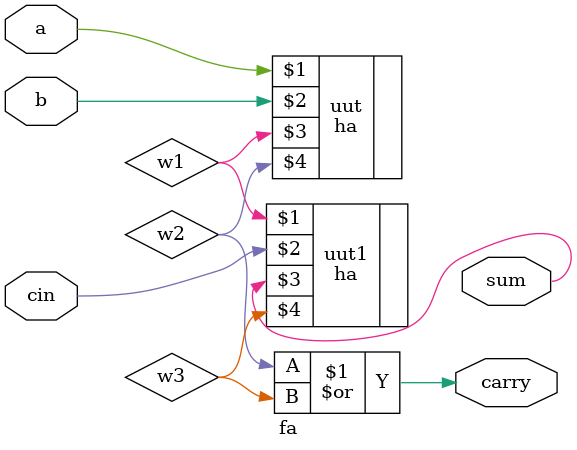
<source format=v>
module fa(a,b,cin,sum,carry);
input a,b,cin;
output sum,carry;
wire w1,w2,w3;
ha uut(a,b,w1,w2);
ha uut1(w1,cin,sum,w3);
or(carry,w2,w3);
endmodule


</source>
